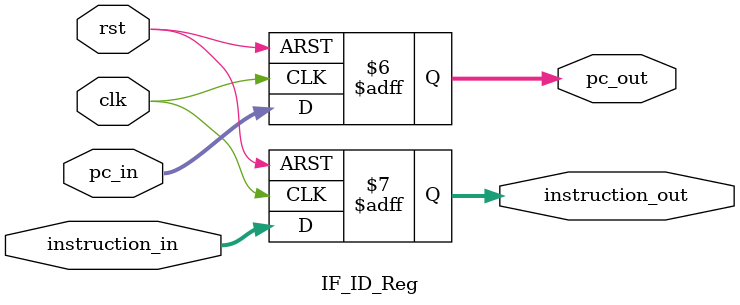
<source format=v>
module instruction_fetch (
    input [63:0] PC,  
    output reg [31:0] instruction,  
    output reg invAddr
);
    reg [31:0] instr_mem [0:1023]; 

    initial begin
        instr_mem[0] = 32'h00550533;  // ADD x10, x10, x5  (Correct)
        instr_mem[1] = 32'h40b50533;  // SUB x10, x10, x11 (Correct)
        instr_mem[2] = 32'h00c57533;  // AND x10, x10, x12 (Correct)
        instr_mem[3] = 32'h00E56FB3;  // OR  x10, x10, x13 (Correct)
        instr_mem[4] = 32'h00A73023;  // LD  x16, 0(x14)   (Incorrect, should be LD not LW)
        instr_mem[5] = 32'h00073583;  // ld  x17, 0(x15)  (Incorrect encoding for SD)
       instr_mem[6] = 32'h00B282B3;  // SUB x10, x10, x11 (Correct)  
    end

    always @(*) begin
        if (PC[1:0] != 0 || PC[63:2] > 1023) begin
            invAddr = 1'b1;
            instruction = 32'hxxxxxxxx;  // Invalid instruction
        end else begin
            invAddr = 1'b0;
            instruction = instr_mem[PC[11:2]];  // Fetch instruction
        end
    end
endmodule

module IF_ID_Reg (
    input wire clk,
    input wire rst,
    input wire [63:0] pc_in,
    input wire [31:0] instruction_in,

    output reg [63:0] pc_out,
    output reg [31:0] instruction_out
);

always @(posedge clk or posedge rst) begin
    if (rst) begin
        pc_out         <= 64'b0;
        instruction_out <= 32'b0;
    end
    else if(IF_ID_Write) begin
        pc_out         <= pc_in;
        instruction_out <= instruction_in;
    end
    else begin
        pc_out         <= pc_in;
        instruction_out <= instruction_in;
    end
end

endmodule

</source>
